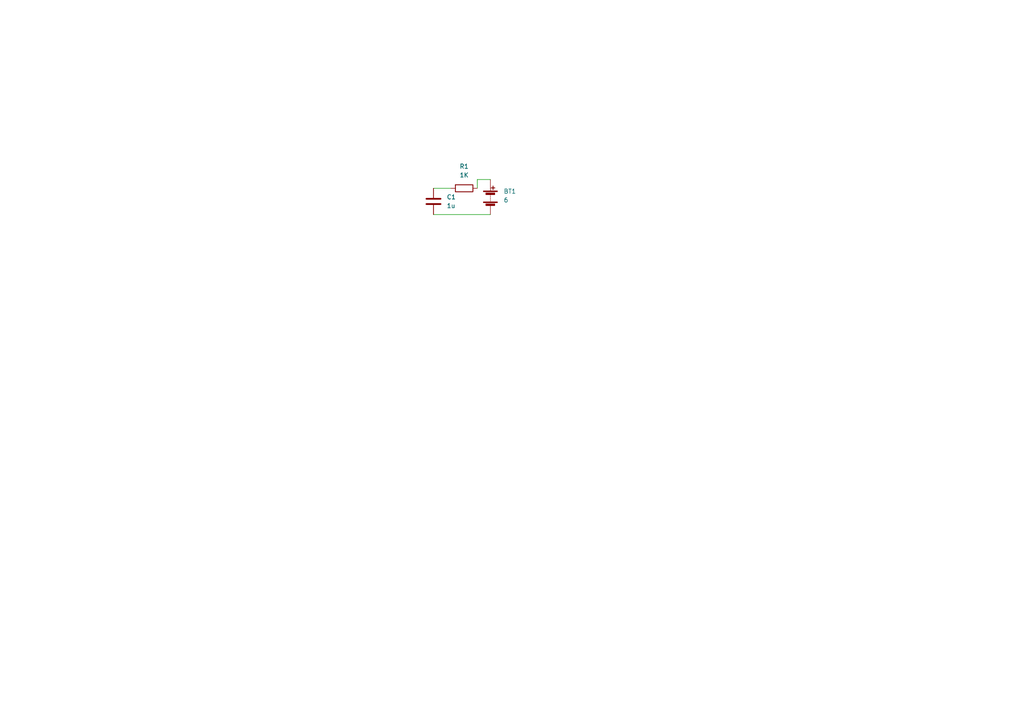
<source format=kicad_sch>
(kicad_sch (version 20211123) (generator eeschema)

  (uuid e63e39d7-6ac0-4ffd-8aa3-1841a4541b55)

  (paper "A4")

  (lib_symbols
    (symbol "Device:Battery" (pin_numbers hide) (pin_names (offset 0) hide) (in_bom yes) (on_board yes)
      (property "Reference" "BT" (id 0) (at 2.54 2.54 0)
        (effects (font (size 1.27 1.27)) (justify left))
      )
      (property "Value" "Battery" (id 1) (at 2.54 0 0)
        (effects (font (size 1.27 1.27)) (justify left))
      )
      (property "Footprint" "" (id 2) (at 0 1.524 90)
        (effects (font (size 1.27 1.27)) hide)
      )
      (property "Datasheet" "~" (id 3) (at 0 1.524 90)
        (effects (font (size 1.27 1.27)) hide)
      )
      (property "ki_keywords" "batt voltage-source cell" (id 4) (at 0 0 0)
        (effects (font (size 1.27 1.27)) hide)
      )
      (property "ki_description" "Multiple-cell battery" (id 5) (at 0 0 0)
        (effects (font (size 1.27 1.27)) hide)
      )
      (symbol "Battery_0_1"
        (rectangle (start -2.032 -1.397) (end 2.032 -1.651)
          (stroke (width 0) (type default) (color 0 0 0 0))
          (fill (type outline))
        )
        (rectangle (start -2.032 1.778) (end 2.032 1.524)
          (stroke (width 0) (type default) (color 0 0 0 0))
          (fill (type outline))
        )
        (rectangle (start -1.3208 -1.9812) (end 1.27 -2.4892)
          (stroke (width 0) (type default) (color 0 0 0 0))
          (fill (type outline))
        )
        (rectangle (start -1.3208 1.1938) (end 1.27 0.6858)
          (stroke (width 0) (type default) (color 0 0 0 0))
          (fill (type outline))
        )
        (polyline
          (pts
            (xy 0 -1.524)
            (xy 0 -1.27)
          )
          (stroke (width 0) (type default) (color 0 0 0 0))
          (fill (type none))
        )
        (polyline
          (pts
            (xy 0 -1.016)
            (xy 0 -0.762)
          )
          (stroke (width 0) (type default) (color 0 0 0 0))
          (fill (type none))
        )
        (polyline
          (pts
            (xy 0 -0.508)
            (xy 0 -0.254)
          )
          (stroke (width 0) (type default) (color 0 0 0 0))
          (fill (type none))
        )
        (polyline
          (pts
            (xy 0 0)
            (xy 0 0.254)
          )
          (stroke (width 0) (type default) (color 0 0 0 0))
          (fill (type none))
        )
        (polyline
          (pts
            (xy 0 0.508)
            (xy 0 0.762)
          )
          (stroke (width 0) (type default) (color 0 0 0 0))
          (fill (type none))
        )
        (polyline
          (pts
            (xy 0 1.778)
            (xy 0 2.54)
          )
          (stroke (width 0) (type default) (color 0 0 0 0))
          (fill (type none))
        )
        (polyline
          (pts
            (xy 0.254 2.667)
            (xy 1.27 2.667)
          )
          (stroke (width 0.254) (type default) (color 0 0 0 0))
          (fill (type none))
        )
        (polyline
          (pts
            (xy 0.762 3.175)
            (xy 0.762 2.159)
          )
          (stroke (width 0.254) (type default) (color 0 0 0 0))
          (fill (type none))
        )
      )
      (symbol "Battery_1_1"
        (pin passive line (at 0 5.08 270) (length 2.54)
          (name "+" (effects (font (size 1.27 1.27))))
          (number "1" (effects (font (size 1.27 1.27))))
        )
        (pin passive line (at 0 -5.08 90) (length 2.54)
          (name "-" (effects (font (size 1.27 1.27))))
          (number "2" (effects (font (size 1.27 1.27))))
        )
      )
    )
    (symbol "Device:C" (pin_numbers hide) (pin_names (offset 0.254)) (in_bom yes) (on_board yes)
      (property "Reference" "C" (id 0) (at 0.635 2.54 0)
        (effects (font (size 1.27 1.27)) (justify left))
      )
      (property "Value" "C" (id 1) (at 0.635 -2.54 0)
        (effects (font (size 1.27 1.27)) (justify left))
      )
      (property "Footprint" "" (id 2) (at 0.9652 -3.81 0)
        (effects (font (size 1.27 1.27)) hide)
      )
      (property "Datasheet" "~" (id 3) (at 0 0 0)
        (effects (font (size 1.27 1.27)) hide)
      )
      (property "ki_keywords" "cap capacitor" (id 4) (at 0 0 0)
        (effects (font (size 1.27 1.27)) hide)
      )
      (property "ki_description" "Unpolarized capacitor" (id 5) (at 0 0 0)
        (effects (font (size 1.27 1.27)) hide)
      )
      (property "ki_fp_filters" "C_*" (id 6) (at 0 0 0)
        (effects (font (size 1.27 1.27)) hide)
      )
      (symbol "C_0_1"
        (polyline
          (pts
            (xy -2.032 -0.762)
            (xy 2.032 -0.762)
          )
          (stroke (width 0.508) (type default) (color 0 0 0 0))
          (fill (type none))
        )
        (polyline
          (pts
            (xy -2.032 0.762)
            (xy 2.032 0.762)
          )
          (stroke (width 0.508) (type default) (color 0 0 0 0))
          (fill (type none))
        )
      )
      (symbol "C_1_1"
        (pin passive line (at 0 3.81 270) (length 2.794)
          (name "~" (effects (font (size 1.27 1.27))))
          (number "1" (effects (font (size 1.27 1.27))))
        )
        (pin passive line (at 0 -3.81 90) (length 2.794)
          (name "~" (effects (font (size 1.27 1.27))))
          (number "2" (effects (font (size 1.27 1.27))))
        )
      )
    )
    (symbol "Device:R" (pin_numbers hide) (pin_names (offset 0)) (in_bom yes) (on_board yes)
      (property "Reference" "R" (id 0) (at 2.032 0 90)
        (effects (font (size 1.27 1.27)))
      )
      (property "Value" "R" (id 1) (at 0 0 90)
        (effects (font (size 1.27 1.27)))
      )
      (property "Footprint" "" (id 2) (at -1.778 0 90)
        (effects (font (size 1.27 1.27)) hide)
      )
      (property "Datasheet" "~" (id 3) (at 0 0 0)
        (effects (font (size 1.27 1.27)) hide)
      )
      (property "ki_keywords" "R res resistor" (id 4) (at 0 0 0)
        (effects (font (size 1.27 1.27)) hide)
      )
      (property "ki_description" "Resistor" (id 5) (at 0 0 0)
        (effects (font (size 1.27 1.27)) hide)
      )
      (property "ki_fp_filters" "R_*" (id 6) (at 0 0 0)
        (effects (font (size 1.27 1.27)) hide)
      )
      (symbol "R_0_1"
        (rectangle (start -1.016 -2.54) (end 1.016 2.54)
          (stroke (width 0.254) (type default) (color 0 0 0 0))
          (fill (type none))
        )
      )
      (symbol "R_1_1"
        (pin passive line (at 0 3.81 270) (length 1.27)
          (name "~" (effects (font (size 1.27 1.27))))
          (number "1" (effects (font (size 1.27 1.27))))
        )
        (pin passive line (at 0 -3.81 90) (length 1.27)
          (name "~" (effects (font (size 1.27 1.27))))
          (number "2" (effects (font (size 1.27 1.27))))
        )
      )
    )
  )


  (wire (pts (xy 125.73 54.61) (xy 130.81 54.61))
    (stroke (width 0) (type default) (color 0 0 0 0))
    (uuid 964febde-d306-455c-b4a4-7f9d00c7d454)
  )
  (wire (pts (xy 125.73 62.23) (xy 142.24 62.23))
    (stroke (width 0) (type default) (color 0 0 0 0))
    (uuid 9aa35ed3-1f71-4cc9-b1cd-434deec23f91)
  )
  (wire (pts (xy 138.43 52.07) (xy 142.24 52.07))
    (stroke (width 0) (type default) (color 0 0 0 0))
    (uuid ec2492ce-bd45-4942-8363-d744f21fb5f7)
  )
  (wire (pts (xy 138.43 54.61) (xy 138.43 52.07))
    (stroke (width 0) (type default) (color 0 0 0 0))
    (uuid ee6a6fa6-320d-4e17-af0c-605293a581b1)
  )

  (symbol (lib_id "Device:R") (at 134.62 54.61 270) (unit 1)
    (in_bom yes) (on_board yes) (fields_autoplaced)
    (uuid 4db55cb8-197b-4402-871f-ce582b65664b)
    (property "Reference" "R1" (id 0) (at 134.62 48.26 90))
    (property "Value" "1K" (id 1) (at 134.62 50.8 90))
    (property "Footprint" "Resistor_THT:R_Axial_DIN0204_L3.6mm_D1.6mm_P5.08mm_Vertical" (id 2) (at 134.62 52.832 90)
      (effects (font (size 1.27 1.27)) hide)
    )
    (property "Datasheet" "~" (id 3) (at 134.62 54.61 0)
      (effects (font (size 1.27 1.27)) hide)
    )
    (pin "1" (uuid ae77c3c8-1144-468e-ad5b-a0b4090735bd))
    (pin "2" (uuid 2454fd1b-3484-4838-8b7e-d26357238fe1))
  )

  (symbol (lib_id "Device:Battery") (at 142.24 57.15 0) (unit 1)
    (in_bom yes) (on_board yes) (fields_autoplaced)
    (uuid 7c2272bf-8a3b-4c9b-9e5e-334dde6bf7b5)
    (property "Reference" "BT1" (id 0) (at 146.05 55.4989 0)
      (effects (font (size 1.27 1.27)) (justify left))
    )
    (property "Value" "6" (id 1) (at 146.05 58.0389 0)
      (effects (font (size 1.27 1.27)) (justify left))
    )
    (property "Footprint" "Battery:BatteryHolder_Keystone_103_1x20mm" (id 2) (at 142.24 55.626 90)
      (effects (font (size 1.27 1.27)) hide)
    )
    (property "Datasheet" "~" (id 3) (at 142.24 55.626 90)
      (effects (font (size 1.27 1.27)) hide)
    )
    (pin "1" (uuid bbf491c8-6d1d-4a49-9803-11c17419b728))
    (pin "2" (uuid 1a3ef727-28d8-443d-8a3e-9639810fbcc9))
  )

  (symbol (lib_id "Device:C") (at 125.73 58.42 0) (unit 1)
    (in_bom yes) (on_board yes) (fields_autoplaced)
    (uuid db97118a-0872-4a5d-aaa5-b35f9498f22a)
    (property "Reference" "C1" (id 0) (at 129.54 57.1499 0)
      (effects (font (size 1.27 1.27)) (justify left))
    )
    (property "Value" "1u" (id 1) (at 129.54 59.6899 0)
      (effects (font (size 1.27 1.27)) (justify left))
    )
    (property "Footprint" "Capacitor_SMD:CP_Elec_5x5.4" (id 2) (at 126.6952 62.23 0)
      (effects (font (size 1.27 1.27)) hide)
    )
    (property "Datasheet" "~" (id 3) (at 125.73 58.42 0)
      (effects (font (size 1.27 1.27)) hide)
    )
    (pin "1" (uuid d09d8e7f-f203-4b36-92ba-f9f29b6e7d13))
    (pin "2" (uuid c1b603f4-7037-47e9-a9dc-a0bb6f7e58b1))
  )

  (sheet_instances
    (path "/" (page "1"))
  )

  (symbol_instances
    (path "/7c2272bf-8a3b-4c9b-9e5e-334dde6bf7b5"
      (reference "BT1") (unit 1) (value "6") (footprint "Battery:BatteryHolder_Keystone_103_1x20mm")
    )
    (path "/db97118a-0872-4a5d-aaa5-b35f9498f22a"
      (reference "C1") (unit 1) (value "1u") (footprint "Capacitor_SMD:CP_Elec_5x5.4")
    )
    (path "/4db55cb8-197b-4402-871f-ce582b65664b"
      (reference "R1") (unit 1) (value "1K") (footprint "Resistor_THT:R_Axial_DIN0204_L3.6mm_D1.6mm_P5.08mm_Vertical")
    )
  )
)

</source>
